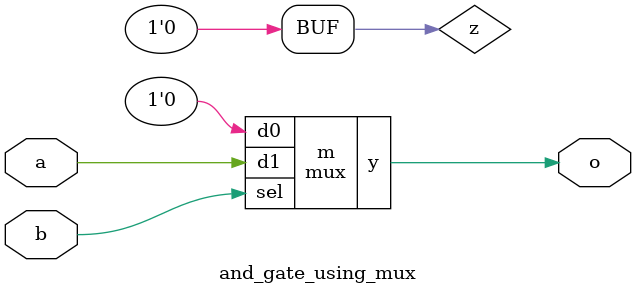
<source format=sv>

module mux
(
  input  d0, d1,
  input  sel,
  output y
);

  assign y = sel ? d1 : d0;

endmodule

//----------------------------------------------------------------------------
// Task
//----------------------------------------------------------------------------

module and_gate_using_mux
(
    input  a,
    input  b,
    output o
);

  wire z = 0;
  mux m (
    .d0 (z), 
    .d1 (a), 
    .sel (b), 
    .y (o)
  );

endmodule

</source>
